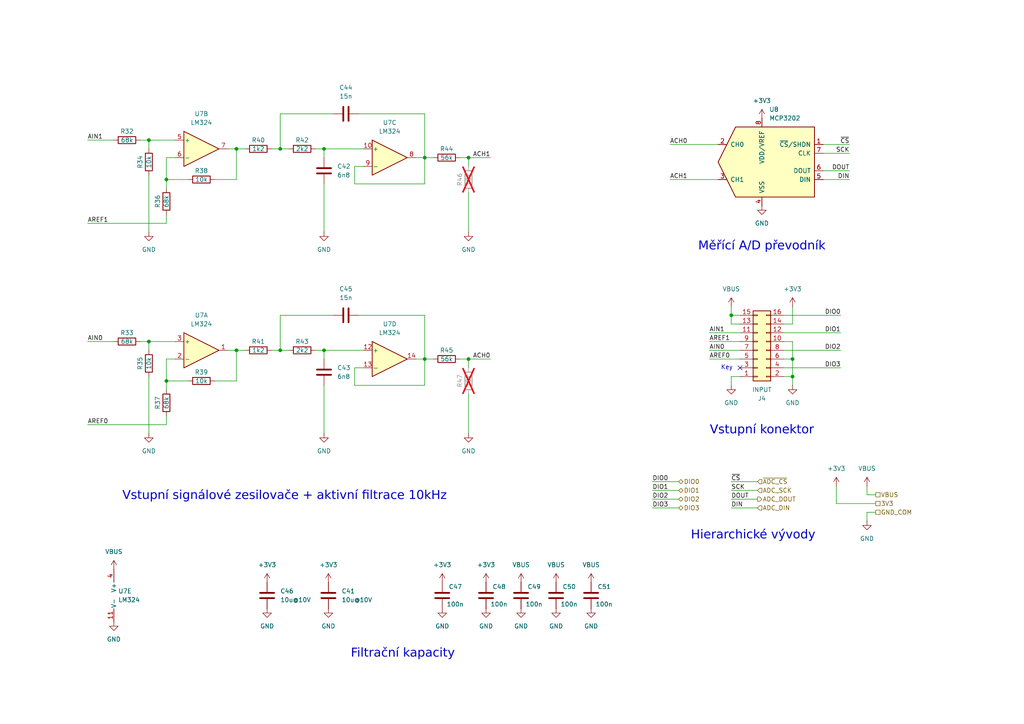
<source format=kicad_sch>
(kicad_sch (version 20250114) (generator "eeschema") (generator_version "9.0")
  (paper "A4")
  (title_block (title "PocKETlab") (date "2025-05-03") (rev "1.0.3") (company "TeaTech & KET FEL ZČU") (comment 1 "Licence: MIT") (comment 2 "Signálové vstupy a jejich filtrační obvody") (comment 4 "Vyhotovil: Jiří Švihla"))
  (lib_symbols
    (symbol "Amplifier_Operational:LM324" (pin_names (offset 0.127))
      (property "Reference" "U" (at 0 5.08 0))
      (property "Value" "LM324" (at 0 -5.08 0))
      (symbol "LM324_1_1"
        (polyline (pts (xy -5.08 5.08) (xy 5.08 0) (xy -5.08 -5.08) (xy -5.08 5.08)) (stroke (width 0.254)) (fill (type background)))
        (pin input line (at -7.62 2.54 0) (length 2.54) (name "+") (number "3"))
        (pin input line (at -7.62 -2.54 0) (length 2.54) (name "-") (number "2"))
        (pin output line (at 7.62 0 180) (length 2.54) (name "~") (number "1"))
      )
      (symbol "LM324_2_1"
        (polyline (pts (xy -5.08 5.08) (xy 5.08 0) (xy -5.08 -5.08) (xy -5.08 5.08)) (stroke (width 0.254)) (fill (type background)))
        (pin input line (at -7.62 2.54 0) (length 2.54) (name "+") (number "5"))
        (pin input line (at -7.62 -2.54 0) (length 2.54) (name "-") (number "6"))
        (pin output line (at 7.62 0 180) (length 2.54) (name "~") (number "7"))
      )
      (symbol "LM324_3_1"
        (polyline (pts (xy -5.08 5.08) (xy 5.08 0) (xy -5.08 -5.08) (xy -5.08 5.08)) (stroke (width 0.254)) (fill (type background)))
        (pin input line (at -7.62 2.54 0) (length 2.54) (name "+") (number "10"))
        (pin input line (at -7.62 -2.54 0) (length 2.54) (name "-") (number "9"))
        (pin output line (at 7.62 0 180) (length 2.54) (name "~") (number "8"))
      )
      (symbol "LM324_4_1"
        (polyline (pts (xy -5.08 5.08) (xy 5.08 0) (xy -5.08 -5.08) (xy -5.08 5.08)) (stroke (width 0.254)) (fill (type background)))
        (pin input line (at -7.62 2.54 0) (length 2.54) (name "+") (number "12"))
        (pin input line (at -7.62 -2.54 0) (length 2.54) (name "-") (number "13"))
        (pin output line (at 7.62 0 180) (length 2.54) (name "~") (number "14"))
      )
      (symbol "LM324_5_1"
        (pin power_in line (at -2.54 7.62 270) (length 3.81) (name "V+") (number "4"))
        (pin power_in line (at -2.54 -7.62 90) (length 3.81) (name "V-") (number "11"))
      )
    )
    (symbol "Analog_ADC:MCP3202" (pin_names (offset 1.016))
      (property "Reference" "U" (at -6.35 11.43 0))
      (property "Value" "MCP3202" (at 11.43 11.43 0))
      (symbol "MCP3202_0_1"
        (polyline (pts (xy 15.24 10.16) (xy -7.62 10.16) (xy -12.7 0) (xy -7.62 -10.16) (xy 15.24 -10.16) (xy 15.24 10.16)) (stroke (width 0.254)) (fill (type background)))
      )
      (symbol "MCP3202_1_1"
        (pin passive line (at -12.7 5.08 0) (length 2.54) (name "CH0") (number "2"))
        (pin passive line (at -12.7 -5.08 0) (length 2.54) (name "CH1") (number "3"))
        (pin power_in line (at 0 12.7 270) (length 2.54) (name "VDD/VREF") (number "8"))
        (pin power_in line (at 0 -12.7 90) (length 2.54) (name "VSS") (number "4"))
        (pin input line (at 17.78 5.08 180) (length 2.54) (name "~{CS}/SHDN") (number "1"))
        (pin input line (at 17.78 2.54 180) (length 2.54) (name "CLK") (number "7"))
        (pin output line (at 17.78 -2.54 180) (length 2.54) (name "DOUT") (number "6"))
        (pin input line (at 17.78 -5.08 180) (length 2.54) (name "DIN") (number "5"))
      )
    )
    (symbol "Connector_Generic:Conn_02x08_Odd_Even" (pin_names (offset 1.016) (hide yes))
      (property "Reference" "J" (at 1.27 10.16 0))
      (property "Value" "Conn_02x08_Odd_Even" (at 1.27 -12.7 0))
      (symbol "Conn_02x08_Odd_Even_1_1"
        (rectangle (start -1.27 8.89) (end 3.81 -11.43) (stroke (width 0.254)) (fill (type background)))
        (rectangle (start -1.27 7.747) (end 0 7.493) (stroke (width 0.1524)))
        (rectangle (start -1.27 5.207) (end 0 4.953) (stroke (width 0.1524)))
        (rectangle (start -1.27 2.667) (end 0 2.413) (stroke (width 0.1524)))
        (rectangle (start -1.27 0.127) (end 0 -0.127) (stroke (width 0.1524)))
        (rectangle (start -1.27 -2.413) (end 0 -2.667) (stroke (width 0.1524)))
        (rectangle (start -1.27 -4.953) (end 0 -5.207) (stroke (width 0.1524)))
        (rectangle (start -1.27 -7.493) (end 0 -7.747) (stroke (width 0.1524)))
        (rectangle (start -1.27 -10.033) (end 0 -10.287) (stroke (width 0.1524)))
        (rectangle (start 3.81 7.747) (end 2.54 7.493) (stroke (width 0.1524)))
        (rectangle (start 3.81 5.207) (end 2.54 4.953) (stroke (width 0.1524)))
        (rectangle (start 3.81 2.667) (end 2.54 2.413) (stroke (width 0.1524)))
        (rectangle (start 3.81 0.127) (end 2.54 -0.127) (stroke (width 0.1524)))
        (rectangle (start 3.81 -2.413) (end 2.54 -2.667) (stroke (width 0.1524)))
        (rectangle (start 3.81 -4.953) (end 2.54 -5.207) (stroke (width 0.1524)))
        (rectangle (start 3.81 -7.493) (end 2.54 -7.747) (stroke (width 0.1524)))
        (rectangle (start 3.81 -10.033) (end 2.54 -10.287) (stroke (width 0.1524)))
        (pin passive line (at -5.08 7.62 0) (length 3.81) (name "Pin_1") (number "1"))
        (pin passive line (at -5.08 5.08 0) (length 3.81) (name "Pin_3") (number "3"))
        (pin passive line (at -5.08 2.54 0) (length 3.81) (name "Pin_5") (number "5"))
        (pin passive line (at -5.08 0 0) (length 3.81) (name "Pin_7") (number "7"))
        (pin passive line (at -5.08 -2.54 0) (length 3.81) (name "Pin_9") (number "9"))
        (pin passive line (at -5.08 -5.08 0) (length 3.81) (name "Pin_11") (number "11"))
        (pin passive line (at -5.08 -7.62 0) (length 3.81) (name "Pin_13") (number "13"))
        (pin passive line (at -5.08 -10.16 0) (length 3.81) (name "Pin_15") (number "15"))
        (pin passive line (at 7.62 7.62 180) (length 3.81) (name "Pin_2") (number "2"))
        (pin passive line (at 7.62 5.08 180) (length 3.81) (name "Pin_4") (number "4"))
        (pin passive line (at 7.62 2.54 180) (length 3.81) (name "Pin_6") (number "6"))
        (pin passive line (at 7.62 0 180) (length 3.81) (name "Pin_8") (number "8"))
        (pin passive line (at 7.62 -2.54 180) (length 3.81) (name "Pin_10") (number "10"))
        (pin passive line (at 7.62 -5.08 180) (length 3.81) (name "Pin_12") (number "12"))
        (pin passive line (at 7.62 -7.62 180) (length 3.81) (name "Pin_14") (number "14"))
        (pin passive line (at 7.62 -10.16 180) (length 3.81) (name "Pin_16") (number "16"))
      )
    )
    (symbol "Device:C" (pin_numbers (hide yes)) (pin_names (offset 0.254))
      (property "Reference" "C" (at 0.635 2.54 0))
      (property "Value" "C" (at 0.635 -2.54 0))
      (symbol "C_0_1"
        (polyline (pts (xy -2.032 0.762) (xy 2.032 0.762)) (stroke (width 0.508)))
        (polyline (pts (xy -2.032 -0.762) (xy 2.032 -0.762)) (stroke (width 0.508)))
      )
      (symbol "C_1_1"
        (pin passive line (at 0 3.81 270) (length 2.794) (name "~") (number "1"))
        (pin passive line (at 0 -3.81 90) (length 2.794) (name "~") (number "2"))
      )
    )
    (symbol "Device:R" (pin_numbers (hide yes)) (pin_names (offset 0))
      (property "Reference" "R" (at 2.032 0 90))
      (property "Value" "R" (at 0 0 90))
      (symbol "R_0_1"
        (rectangle (start -1.016 -2.54) (end 1.016 2.54) (stroke (width 0.254)))
      )
      (symbol "R_1_1"
        (pin passive line (at 0 3.81 270) (length 1.27) (name "~") (number "1"))
        (pin passive line (at 0 -3.81 90) (length 1.27) (name "~") (number "2"))
      )
    )
    (symbol "power:+3V3" (power) (pin_numbers (hide yes)) (pin_names (offset 0) (hide yes))
      (property "Value" "+3V3" (at 0 3.556 0))
      (symbol "+3V3_0_1"
        (polyline (pts (xy -0.762 1.27) (xy 0 2.54)))
        (polyline (pts (xy 0 2.54) (xy 0.762 1.27)))
        (polyline (pts (xy 0 0) (xy 0 2.54)))
      )
      (symbol "+3V3_1_1"
        (pin power_in line (at 0 0 90) (length 0) (name "~") (number "1"))
      )
    )
    (symbol "power:GND" (power) (pin_numbers (hide yes)) (pin_names (offset 0) (hide yes))
      (property "Value" "GND" (at 0 -3.81 0))
      (symbol "GND_0_1"
        (polyline (pts (xy 0 0) (xy 0 -1.27) (xy 1.27 -1.27) (xy 0 -2.54) (xy -1.27 -1.27) (xy 0 -1.27)))
      )
      (symbol "GND_1_1"
        (pin power_in line (at 0 0 270) (length 0) (name "~") (number "1"))
      )
    )
    (symbol "power:VBUS" (power) (pin_numbers (hide yes)) (pin_names (offset 0) (hide yes))
      (property "Value" "VBUS" (at 0 3.556 0))
      (symbol "VBUS_0_1"
        (polyline (pts (xy -0.762 1.27) (xy 0 2.54)))
        (polyline (pts (xy 0 2.54) (xy 0.762 1.27)))
        (polyline (pts (xy 0 0) (xy 0 2.54)))
      )
      (symbol "VBUS_1_1"
        (pin power_in line (at 0 0 90) (length 0) (name "~") (number "1"))
      )
    )
  )
  (text "Hierarchické vývody" (at 218.44 157.48 0) (effects (font (size 2.54 2.54)) (justify bottom)))
  (text "Vstupní konektor" (at 220.98 127 0) (effects (font (size 2.54 2.54)) (justify bottom)))
  (text "Vstupní signálové zesilovače + aktivní filtrace 10kHz" (at 82.55 146.05 0) (effects (font (size 2.54 2.54)) (justify bottom)))
  (text "Key" (at 210.82 106.68 0) (effects (font (size 1.27 1.27))))
  (text "Měřící A/D převodník" (at 220.98 73.66 0) (effects (font (size 2.54 2.54)) (justify bottom)))
  (text "Filtrační kapacity" (at 116.84 191.77 0) (effects (font (size 2.54 2.54)) (justify bottom)))
  (junction (at 93.98 101.6))
  (junction (at 123.19 104.14))
  (junction (at 43.18 99.06))
  (junction (at 212.09 91.44))
  (junction (at 135.89 104.14))
  (junction (at 68.58 43.18))
  (junction (at 229.87 104.14))
  (junction (at 48.26 52.07))
  (junction (at 43.18 40.64))
  (junction (at 68.58 101.6))
  (junction (at 48.26 110.49))
  (junction (at 81.28 43.18))
  (junction (at 229.87 109.22))
  (junction (at 135.89 45.72))
  (junction (at 93.98 43.18))
  (junction (at 123.19 45.72))
  (junction (at 81.28 101.6))
  (no_connect (at 214.63 106.68))
  (wire (pts (xy 40.64 40.64) (xy 43.18 40.64)))
  (wire (pts (xy 212.09 139.7) (xy 219.71 139.7)))
  (wire (pts (xy 66.04 101.6) (xy 68.58 101.6)))
  (wire (pts (xy 68.58 52.07) (xy 62.23 52.07)))
  (wire (pts (xy 227.33 109.22) (xy 229.87 109.22)))
  (wire (pts (xy 238.76 49.53) (xy 246.38 49.53)))
  (wire (pts (xy 43.18 40.64) (xy 43.18 43.18)))
  (wire (pts (xy 81.28 33.02) (xy 81.28 43.18)))
  (wire (pts (xy 102.87 111.76) (xy 123.19 111.76)))
  (wire (pts (xy 205.74 99.06) (xy 214.63 99.06)))
  (wire (pts (xy 123.19 45.72) (xy 125.73 45.72)))
  (wire (pts (xy 93.98 101.6) (xy 93.98 104.14)))
  (wire (pts (xy 212.09 144.78) (xy 219.71 144.78)))
  (wire (pts (xy 214.63 93.98) (xy 212.09 93.98)))
  (wire (pts (xy 135.89 106.68) (xy 135.89 104.14)))
  (wire (pts (xy 242.57 140.97) (xy 242.57 146.05)))
  (wire (pts (xy 229.87 99.06) (xy 229.87 104.14)))
  (wire (pts (xy 91.44 43.18) (xy 93.98 43.18)))
  (wire (pts (xy 48.26 52.07) (xy 48.26 54.61)))
  (wire (pts (xy 105.41 48.26) (xy 102.87 48.26)))
  (wire (pts (xy 93.98 111.76) (xy 93.98 125.73)))
  (wire (pts (xy 212.09 142.24) (xy 219.71 142.24)))
  (wire (pts (xy 50.8 104.14) (xy 48.26 104.14)))
  (wire (pts (xy 227.33 101.6) (xy 243.84 101.6)))
  (wire (pts (xy 135.89 45.72) (xy 133.35 45.72)))
  (wire (pts (xy 238.76 41.91) (xy 246.38 41.91)))
  (wire (pts (xy 123.19 53.34) (xy 123.19 45.72)))
  (wire (pts (xy 48.26 120.65) (xy 48.26 123.19)))
  (wire (pts (xy 25.4 64.77) (xy 48.26 64.77)))
  (wire (pts (xy 25.4 40.64) (xy 33.02 40.64)))
  (wire (pts (xy 135.89 104.14) (xy 142.24 104.14)))
  (wire (pts (xy 81.28 101.6) (xy 83.82 101.6)))
  (wire (pts (xy 102.87 106.68) (xy 102.87 111.76)))
  (wire (pts (xy 227.33 96.52) (xy 243.84 96.52)))
  (wire (pts (xy 123.19 91.44) (xy 123.19 104.14)))
  (wire (pts (xy 251.46 151.13) (xy 251.46 148.59)))
  (wire (pts (xy 212.09 88.9) (xy 212.09 91.44)))
  (wire (pts (xy 104.14 91.44) (xy 123.19 91.44)))
  (wire (pts (xy 242.57 146.05) (xy 254 146.05)))
  (wire (pts (xy 68.58 43.18) (xy 71.12 43.18)))
  (wire (pts (xy 104.14 33.02) (xy 123.19 33.02)))
  (wire (pts (xy 43.18 109.22) (xy 43.18 125.73)))
  (wire (pts (xy 120.65 104.14) (xy 123.19 104.14)))
  (wire (pts (xy 227.33 106.68) (xy 243.84 106.68)))
  (wire (pts (xy 251.46 148.59) (xy 254 148.59)))
  (wire (pts (xy 212.09 91.44) (xy 214.63 91.44)))
  (wire (pts (xy 68.58 110.49) (xy 62.23 110.49)))
  (wire (pts (xy 189.23 147.32) (xy 196.85 147.32)))
  (wire (pts (xy 212.09 109.22) (xy 212.09 111.76)))
  (wire (pts (xy 123.19 104.14) (xy 125.73 104.14)))
  (wire (pts (xy 68.58 101.6) (xy 71.12 101.6)))
  (wire (pts (xy 93.98 53.34) (xy 93.98 67.31)))
  (wire (pts (xy 48.26 110.49) (xy 54.61 110.49)))
  (wire (pts (xy 48.26 62.23) (xy 48.26 64.77)))
  (wire (pts (xy 123.19 111.76) (xy 123.19 104.14)))
  (wire (pts (xy 102.87 53.34) (xy 123.19 53.34)))
  (wire (pts (xy 251.46 143.51) (xy 254 143.51)))
  (wire (pts (xy 238.76 44.45) (xy 246.38 44.45)))
  (wire (pts (xy 189.23 142.24) (xy 196.85 142.24)))
  (wire (pts (xy 81.28 91.44) (xy 81.28 101.6)))
  (wire (pts (xy 229.87 88.9) (xy 229.87 93.98)))
  (wire (pts (xy 205.74 101.6) (xy 214.63 101.6)))
  (wire (pts (xy 93.98 101.6) (xy 105.41 101.6)))
  (wire (pts (xy 25.4 99.06) (xy 33.02 99.06)))
  (wire (pts (xy 93.98 43.18) (xy 105.41 43.18)))
  (wire (pts (xy 105.41 106.68) (xy 102.87 106.68)))
  (wire (pts (xy 205.74 96.52) (xy 214.63 96.52)))
  (wire (pts (xy 194.31 52.07) (xy 208.28 52.07)))
  (wire (pts (xy 205.74 104.14) (xy 214.63 104.14)))
  (wire (pts (xy 123.19 33.02) (xy 123.19 45.72)))
  (wire (pts (xy 78.74 43.18) (xy 81.28 43.18)))
  (wire (pts (xy 93.98 43.18) (xy 93.98 45.72)))
  (wire (pts (xy 212.09 109.22) (xy 214.63 109.22)))
  (wire (pts (xy 135.89 48.26) (xy 135.89 45.72)))
  (wire (pts (xy 81.28 43.18) (xy 83.82 43.18)))
  (wire (pts (xy 68.58 43.18) (xy 68.58 52.07)))
  (wire (pts (xy 194.31 41.91) (xy 208.28 41.91)))
  (wire (pts (xy 212.09 93.98) (xy 212.09 91.44)))
  (wire (pts (xy 135.89 104.14) (xy 133.35 104.14)))
  (wire (pts (xy 135.89 114.3) (xy 135.89 125.73)))
  (wire (pts (xy 96.52 33.02) (xy 81.28 33.02)))
  (wire (pts (xy 238.76 52.07) (xy 246.38 52.07)))
  (wire (pts (xy 40.64 99.06) (xy 43.18 99.06)))
  (wire (pts (xy 91.44 101.6) (xy 93.98 101.6)))
  (wire (pts (xy 48.26 52.07) (xy 54.61 52.07)))
  (wire (pts (xy 25.4 123.19) (xy 48.26 123.19)))
  (wire (pts (xy 135.89 55.88) (xy 135.89 67.31)))
  (wire (pts (xy 227.33 99.06) (xy 229.87 99.06)))
  (wire (pts (xy 48.26 104.14) (xy 48.26 110.49)))
  (wire (pts (xy 135.89 45.72) (xy 142.24 45.72)))
  (wire (pts (xy 102.87 48.26) (xy 102.87 53.34)))
  (wire (pts (xy 66.04 43.18) (xy 68.58 43.18)))
  (wire (pts (xy 189.23 144.78) (xy 196.85 144.78)))
  (wire (pts (xy 48.26 45.72) (xy 48.26 52.07)))
  (wire (pts (xy 120.65 45.72) (xy 123.19 45.72)))
  (wire (pts (xy 50.8 45.72) (xy 48.26 45.72)))
  (wire (pts (xy 96.52 91.44) (xy 81.28 91.44)))
  (wire (pts (xy 229.87 104.14) (xy 229.87 109.22)))
  (wire (pts (xy 43.18 99.06) (xy 43.18 101.6)))
  (wire (pts (xy 78.74 101.6) (xy 81.28 101.6)))
  (wire (pts (xy 227.33 91.44) (xy 243.84 91.44)))
  (wire (pts (xy 43.18 40.64) (xy 50.8 40.64)))
  (wire (pts (xy 212.09 147.32) (xy 219.71 147.32)))
  (wire (pts (xy 229.87 104.14) (xy 227.33 104.14)))
  (wire (pts (xy 229.87 109.22) (xy 229.87 111.76)))
  (wire (pts (xy 227.33 93.98) (xy 229.87 93.98)))
  (wire (pts (xy 43.18 99.06) (xy 50.8 99.06)))
  (wire (pts (xy 189.23 139.7) (xy 196.85 139.7)))
  (wire (pts (xy 43.18 50.8) (xy 43.18 67.31)))
  (wire (pts (xy 68.58 101.6) (xy 68.58 110.49)))
  (wire (pts (xy 251.46 140.97) (xy 251.46 143.51)))
  (wire (pts (xy 48.26 110.49) (xy 48.26 113.03)))
  (label "DIO1" (at 189.23 142.24 0))
  (label "AIN0" (at 25.4 99.06 0))
  (label "DIO1" (at 243.84 96.52 180))
  (label "AIN0" (at 205.74 101.6 0))
  (label "DIO0" (at 243.84 91.44 180))
  (label "AREF0" (at 25.4 123.19 0))
  (label "SCK" (at 212.09 142.24 0))
  (label "DIO2" (at 189.23 144.78 0))
  (label "ACH1" (at 194.31 52.07 0))
  (label "SCK" (at 246.38 44.45 180))
  (label "AREF1" (at 205.74 99.06 0))
  (label "DOUT" (at 212.09 144.78 0))
  (label "DOUT" (at 246.38 49.53 180))
  (label "AIN1" (at 25.4 40.64 0))
  (label "DIN" (at 246.38 52.07 180))
  (label "AIN1" (at 205.74 96.52 0))
  (label "ACH1" (at 142.24 45.72 180))
  (label "ACH0" (at 142.24 104.14 180))
  (label "DIO3" (at 243.84 106.68 180))
  (label "AREF1" (at 25.4 64.77 0))
  (label "DIO3" (at 189.23 147.32 0))
  (label "DIN" (at 212.09 147.32 0))
  (label "ACH0" (at 194.31 41.91 0))
  (label "~{CS}" (at 212.09 139.7 0))
  (label "~{CS}" (at 246.38 41.91 180))
  (label "DIO2" (at 243.84 101.6 180))
  (label "DIO0" (at 189.23 139.7 0))
  (label "AREF0" (at 205.74 104.14 0))
  (hierarchical_label "ADC_DOUT" (shape output) (at 219.71 144.78 0))
  (hierarchical_label "GND_COM" (shape passive) (at 254 148.59 0))
  (hierarchical_label "3V3" (shape passive) (at 254 146.05 0))
  (hierarchical_label "ADC_DIN" (shape input) (at 219.71 147.32 0))
  (hierarchical_label "DIO2" (shape bidirectional) (at 196.85 144.78 0))
  (hierarchical_label "VBUS" (shape passive) (at 254 143.51 0))
  (hierarchical_label "ADC_SCK" (shape input) (at 219.71 142.24 0))
  (hierarchical_label "DIO0" (shape bidirectional) (at 196.85 139.7 0))
  (hierarchical_label "DIO1" (shape bidirectional) (at 196.85 142.24 0))
  (hierarchical_label "DIO3" (shape bidirectional) (at 196.85 147.32 0))
  (hierarchical_label "~{ADC_CS}" (shape input) (at 219.71 139.7 0))
  (symbol (lib_id "Amplifier_Operational:LM324") (at 113.03 104.14 0) (unit 4)
    (property "Reference" "U7" (at 113.03 93.98 0))
    (property "Value" "LM324" (at 113.03 96.52 0))
    (property "Footprint" "Package_SO:SOIC-14_3.9x8.7mm_P1.27mm" (effects (hide yes)))
    (property "Datasheet" "http://www.ti.com/lit/ds/symlink/lm2902-n.pdf" (effects (hide yes)))
    (property "Description" "Low-Power, Quad-Operational Amplifiers, DIP-14/SOIC-14/SSOP-14" (effects (hide yes)))
    (property "LCSC Part" "C7943" (effects (hide yes)))
  )
  (symbol (lib_id "power:GND") (at 33.02 180.34 0) (unit 1)
    (property "Reference" "#PWR0121" (effects (hide yes)))
    (property "Value" "GND" (at 33.02 185.42 0))
    (property "Description" "Power symbol creates a global label with name \"GND\" , ground" (effects (hide yes)))
  )
  (symbol (lib_id "Device:C") (at 171.45 172.72 0) (unit 1)
    (property "Reference" "C51" (at 175.26 170.18 0))
    (property "Value" "100n" (at 172.72 175.26 0) (effects (justify left)))
    (property "Footprint" "Capacitor_SMD:C_0603_1608Metric" (effects (hide yes)))
    (property "Description" "Unpolarized capacitor" (effects (hide yes)))
    (property "LCSC Part" "C14663" (effects (hide yes)))
  )
  (symbol (lib_id "power:+3V3") (at 220.98 34.29 0) (unit 1)
    (property "Reference" "#PWR0138" (effects (hide yes)))
    (property "Value" "+3V3" (at 220.98 29.21 0))
    (property "Description" "Power symbol creates a global label with name \"+3V3\"" (effects (hide yes)))
  )
  (symbol (lib_id "Connector_Generic:Conn_02x08_Odd_Even") (at 219.71 101.6 0) (mirror x) (unit 1)
    (property "Reference" "J4" (at 220.98 115.57 0))
    (property "Value" "INPUT" (at 220.98 113.03 0))
    (property "Footprint" "Custom:PinSocket_2x08_P2.54mm_Vertical_SMD_HOLE" (effects (hide yes)))
    (property "Description" "Generic connector, double row, 02x08, odd/even pin numbering scheme (row 1 odd numbers, row 2 even numbers), script generated (kicad-library-utils/schlib/autogen/connector/)" (effects (hide yes)))
    (property "LCSC Part" "C42163136" (effects (hide yes)))
  )
  (symbol (lib_id "power:GND") (at 77.47 176.53 0) (unit 1)
    (property "Reference" "#PWR0128" (effects (hide yes)))
    (property "Value" "GND" (at 77.47 181.61 0))
    (property "Description" "Power symbol creates a global label with name \"GND\" , ground" (effects (hide yes)))
  )
  (symbol (lib_id "Analog_ADC:MCP3202") (at 220.98 46.99 0) (unit 1)
    (property "Reference" "U8" (at 223.1233 31.75 0) (effects (justify left)))
    (property "Value" "MCP3202" (at 223.1233 34.29 0) (effects (justify left)))
    (property "Footprint" "Package_SO:SOIC-8_3.9x4.9mm_P1.27mm" (effects (hide yes)))
    (property "Datasheet" "http://ww1.microchip.com/downloads/en/DeviceDoc/21034D.pdf" (effects (hide yes)))
    (property "Description" "A/D Converter, 12-Bit, 2-Channel, SPI Interface, 2.7V-5.5V" (effects (hide yes)))
    (property "LCSC Part" "C56997" (effects (hide yes)))
  )
  (symbol (lib_id "Device:R") (at 87.63 43.18 90) (unit 1)
    (property "Reference" "R42" (at 87.63 40.64 90))
    (property "Value" "2k2" (at 87.63 43.18 90))
    (property "Footprint" "Resistor_SMD:R_0603_1608Metric" (effects (hide yes)))
    (property "Description" "Resistor" (effects (hide yes)))
    (property "LCSC Part" "C4190" (effects (hide yes)))
  )
  (symbol (lib_id "power:GND") (at 128.27 176.53 0) (unit 1)
    (property "Reference" "#PWR0131" (effects (hide yes)))
    (property "Value" "GND" (at 128.27 181.61 0))
    (property "Description" "Power symbol creates a global label with name \"GND\" , ground" (effects (hide yes)))
  )
  (symbol (lib_id "power:GND") (at 135.89 125.73 0) (unit 1)
    (property "Reference" "#PWR0135" (effects (hide yes)))
    (property "Value" "GND" (at 135.89 130.81 0))
    (property "Description" "Power symbol creates a global label with name \"GND\" , ground" (effects (hide yes)))
  )
  (symbol (lib_id "Device:R") (at 36.83 99.06 90) (unit 1)
    (property "Reference" "R33" (at 36.83 96.52 90))
    (property "Value" "68k" (at 36.83 99.06 90))
    (property "Footprint" "Resistor_SMD:R_0603_1608Metric" (effects (hide yes)))
    (property "Description" "Resistor" (effects (hide yes)))
    (property "LCSC Part" "C23231" (effects (hide yes)))
  )
  (symbol (lib_id "Device:R") (at 58.42 52.07 90) (unit 1)
    (property "Reference" "R38" (at 58.42 49.53 90))
    (property "Value" "10k" (at 58.42 52.07 90))
    (property "Footprint" "Resistor_SMD:R_0603_1608Metric" (effects (hide yes)))
    (property "Description" "Resistor" (effects (hide yes)))
    (property "LCSC Part" "C25804" (effects (hide yes)))
  )
  (symbol (lib_id "Device:C") (at 151.13 172.72 0) (unit 1)
    (property "Reference" "C49" (at 154.94 170.18 0))
    (property "Value" "100n" (at 152.4 175.26 0) (effects (justify left)))
    (property "Footprint" "Capacitor_SMD:C_0603_1608Metric" (effects (hide yes)))
    (property "Description" "Unpolarized capacitor" (effects (hide yes)))
    (property "LCSC Part" "C14663" (effects (hide yes)))
  )
  (symbol (lib_id "power:GND") (at 171.45 176.53 0) (unit 1)
    (property "Reference" "#PWR0153" (effects (hide yes)))
    (property "Value" "GND" (at 171.45 181.61 0))
    (property "Description" "Power symbol creates a global label with name \"GND\" , ground" (effects (hide yes)))
  )
  (symbol (lib_id "power:VBUS") (at 251.46 140.97 0) (unit 1)
    (property "Reference" "#PWR0143" (effects (hide yes)))
    (property "Value" "VBUS" (at 251.46 135.89 0))
    (property "Description" "Power symbol creates a global label with name \"VBUS\"" (effects (hide yes)))
  )
  (symbol (lib_id "Device:R") (at 135.89 110.49 180) (unit 1) (dnp yes)
    (property "Reference" "R47" (at 133.35 110.49 90))
    (property "Value" "10k" (at 135.89 110.49 90))
    (property "Footprint" "Resistor_SMD:R_0603_1608Metric" (effects (hide yes)))
    (property "Description" "Resistor" (effects (hide yes)))
    (property "LCSC Part" "C25804" (effects (hide yes)))
  )
  (symbol (lib_id "power:+3V3") (at 140.97 168.91 0) (unit 1)
    (property "Reference" "#PWR0132" (effects (hide yes)))
    (property "Value" "+3V3" (at 140.97 163.83 0))
    (property "Description" "Power symbol creates a global label with name \"+3V3\"" (effects (hide yes)))
  )
  (symbol (lib_id "power:GND") (at 43.18 125.73 0) (unit 1)
    (property "Reference" "#PWR0123" (effects (hide yes)))
    (property "Value" "GND" (at 43.18 130.81 0))
    (property "Description" "Power symbol creates a global label with name \"GND\" , ground" (effects (hide yes)))
  )
  (symbol (lib_id "power:GND") (at 43.18 67.31 0) (unit 1)
    (property "Reference" "#PWR0122" (effects (hide yes)))
    (property "Value" "GND" (at 43.18 72.39 0))
    (property "Description" "Power symbol creates a global label with name \"GND\" , ground" (effects (hide yes)))
  )
  (symbol (lib_id "Device:R") (at 48.26 116.84 180) (unit 1)
    (property "Reference" "R37" (at 45.72 116.84 90))
    (property "Value" "68k" (at 48.26 116.84 90))
    (property "Footprint" "Resistor_SMD:R_0603_1608Metric" (effects (hide yes)))
    (property "Description" "Resistor" (effects (hide yes)))
    (property "LCSC Part" "C23231" (effects (hide yes)))
  )
  (symbol (lib_id "Device:R") (at 43.18 105.41 180) (unit 1)
    (property "Reference" "R35" (at 40.64 105.41 90))
    (property "Value" "10k" (at 43.18 105.41 90))
    (property "Footprint" "Resistor_SMD:R_0603_1608Metric" (effects (hide yes)))
    (property "Description" "Resistor" (effects (hide yes)))
    (property "LCSC Part" "C25804" (effects (hide yes)))
  )
  (symbol (lib_id "Device:C") (at 128.27 172.72 0) (unit 1)
    (property "Reference" "C47" (at 132.08 170.18 0))
    (property "Value" "100n" (at 129.54 175.26 0) (effects (justify left)))
    (property "Footprint" "Capacitor_SMD:C_0603_1608Metric" (effects (hide yes)))
    (property "Description" "Unpolarized capacitor" (effects (hide yes)))
    (property "LCSC Part" "C14663" (effects (hide yes)))
  )
  (symbol (lib_id "Device:C") (at 161.29 172.72 0) (unit 1)
    (property "Reference" "C50" (at 165.1 170.18 0))
    (property "Value" "100n" (at 162.56 175.26 0) (effects (justify left)))
    (property "Footprint" "Capacitor_SMD:C_0603_1608Metric" (effects (hide yes)))
    (property "Description" "Unpolarized capacitor" (effects (hide yes)))
    (property "LCSC Part" "C14663" (effects (hide yes)))
  )
  (symbol (lib_id "power:+3V3") (at 77.47 168.91 0) (unit 1)
    (property "Reference" "#PWR0114" (effects (hide yes)))
    (property "Value" "+3V3" (at 77.47 163.83 0))
    (property "Description" "Power symbol creates a global label with name \"+3V3\"" (effects (hide yes)))
  )
  (symbol (lib_id "power:GND") (at 229.87 111.76 0) (unit 1)
    (property "Reference" "#PWR0141" (effects (hide yes)))
    (property "Value" "GND" (at 229.87 116.84 0))
    (property "Description" "Power symbol creates a global label with name \"GND\" , ground" (effects (hide yes)))
  )
  (symbol (lib_id "Amplifier_Operational:LM324") (at 58.42 101.6 0) (unit 1)
    (property "Reference" "U7" (at 58.42 91.44 0))
    (property "Value" "LM324" (at 58.42 93.98 0))
    (property "Footprint" "Package_SO:SOIC-14_3.9x8.7mm_P1.27mm" (effects (hide yes)))
    (property "Datasheet" "http://www.ti.com/lit/ds/symlink/lm2902-n.pdf" (effects (hide yes)))
    (property "Description" "Low-Power, Quad-Operational Amplifiers, DIP-14/SOIC-14/SSOP-14" (effects (hide yes)))
    (property "LCSC Part" "C7943" (effects (hide yes)))
  )
  (symbol (lib_id "Device:C") (at 93.98 107.95 0) (unit 1)
    (property "Reference" "C43" (at 97.79 106.6799 0) (effects (justify left)))
    (property "Value" "6n8" (at 97.79 109.2199 0) (effects (justify left)))
    (property "Footprint" "Capacitor_SMD:C_0603_1608Metric" (effects (hide yes)))
    (property "Description" "Unpolarized capacitor" (effects (hide yes)))
    (property "LCSC Part" "C1631" (effects (hide yes)))
  )
  (symbol (lib_id "Amplifier_Operational:LM324") (at 113.03 45.72 0) (unit 3)
    (property "Reference" "U7" (at 113.03 35.56 0))
    (property "Value" "LM324" (at 113.03 38.1 0))
    (property "Footprint" "Package_SO:SOIC-14_3.9x8.7mm_P1.27mm" (effects (hide yes)))
    (property "Datasheet" "http://www.ti.com/lit/ds/symlink/lm2902-n.pdf" (effects (hide yes)))
    (property "Description" "Low-Power, Quad-Operational Amplifiers, DIP-14/SOIC-14/SSOP-14" (effects (hide yes)))
    (property "LCSC Part" "C7943" (effects (hide yes)))
  )
  (symbol (lib_id "power:+3V3") (at 128.27 168.91 0) (unit 1)
    (property "Reference" "#PWR0130" (effects (hide yes)))
    (property "Value" "+3V3" (at 128.27 163.83 0))
    (property "Description" "Power symbol creates a global label with name \"+3V3\"" (effects (hide yes)))
  )
  (symbol (lib_id "Device:C") (at 140.97 172.72 0) (unit 1)
    (property "Reference" "C48" (at 144.78 170.18 0))
    (property "Value" "100n" (at 142.24 175.26 0) (effects (justify left)))
    (property "Footprint" "Capacitor_SMD:C_0603_1608Metric" (effects (hide yes)))
    (property "Description" "Unpolarized capacitor" (effects (hide yes)))
    (property "LCSC Part" "C14663" (effects (hide yes)))
  )
  (symbol (lib_id "Device:R") (at 87.63 101.6 90) (unit 1)
    (property "Reference" "R43" (at 87.63 99.06 90))
    (property "Value" "2k2" (at 87.63 101.6 90))
    (property "Footprint" "Resistor_SMD:R_0603_1608Metric" (effects (hide yes)))
    (property "Description" "Resistor" (effects (hide yes)))
    (property "LCSC Part" "C4190" (effects (hide yes)))
  )
  (symbol (lib_id "power:GND") (at 93.98 67.31 0) (unit 1)
    (property "Reference" "#PWR0126" (effects (hide yes)))
    (property "Value" "GND" (at 93.98 72.39 0))
    (property "Description" "Power symbol creates a global label with name \"GND\" , ground" (effects (hide yes)))
  )
  (symbol (lib_id "power:VBUS") (at 151.13 168.91 0) (unit 1)
    (property "Reference" "#PWR0148" (effects (hide yes)))
    (property "Value" "VBUS" (at 151.13 163.83 0))
    (property "Description" "Power symbol creates a global label with name \"VBUS\"" (effects (hide yes)))
  )
  (symbol (lib_id "power:GND") (at 151.13 176.53 0) (unit 1)
    (property "Reference" "#PWR0149" (effects (hide yes)))
    (property "Value" "GND" (at 151.13 181.61 0))
    (property "Description" "Power symbol creates a global label with name \"GND\" , ground" (effects (hide yes)))
  )
  (symbol (lib_id "power:GND") (at 93.98 125.73 0) (unit 1)
    (property "Reference" "#PWR0127" (effects (hide yes)))
    (property "Value" "GND" (at 93.98 130.81 0))
    (property "Description" "Power symbol creates a global label with name \"GND\" , ground" (effects (hide yes)))
  )
  (symbol (lib_id "power:VBUS") (at 33.02 165.1 0) (unit 1)
    (property "Reference" "#PWR0120" (effects (hide yes)))
    (property "Value" "VBUS" (at 33.02 160.02 0))
    (property "Description" "Power symbol creates a global label with name \"VBUS\"" (effects (hide yes)))
  )
  (symbol (lib_id "Device:R") (at 36.83 40.64 90) (unit 1)
    (property "Reference" "R32" (at 36.83 38.1 90))
    (property "Value" "68k" (at 36.83 40.64 90))
    (property "Footprint" "Resistor_SMD:R_0603_1608Metric" (effects (hide yes)))
    (property "Description" "Resistor" (effects (hide yes)))
    (property "LCSC Part" "C23231" (effects (hide yes)))
  )
  (symbol (lib_id "Device:C") (at 100.33 91.44 90) (unit 1)
    (property "Reference" "C45" (at 100.33 83.82 90))
    (property "Value" "15n" (at 100.33 86.36 90))
    (property "Footprint" "Capacitor_SMD:C_0603_1608Metric" (effects (hide yes)))
    (property "Description" "Unpolarized capacitor" (effects (hide yes)))
    (property "LCSC Part" "C1596" (effects (hide yes)))
  )
  (symbol (lib_id "Device:R") (at 74.93 101.6 90) (unit 1)
    (property "Reference" "R41" (at 74.93 99.06 90))
    (property "Value" "1k2" (at 74.93 101.6 90))
    (property "Footprint" "Resistor_SMD:R_0603_1608Metric" (effects (hide yes)))
    (property "Description" "Resistor" (effects (hide yes)))
    (property "LCSC Part" "C22765" (effects (hide yes)))
  )
  (symbol (lib_id "power:VBUS") (at 161.29 168.91 0) (unit 1)
    (property "Reference" "#PWR0150" (effects (hide yes)))
    (property "Value" "VBUS" (at 161.29 163.83 0))
    (property "Description" "Power symbol creates a global label with name \"VBUS\"" (effects (hide yes)))
  )
  (symbol (lib_id "Amplifier_Operational:LM324") (at 58.42 43.18 0) (unit 2)
    (property "Reference" "U7" (at 58.42 33.02 0))
    (property "Value" "LM324" (at 58.42 35.56 0))
    (property "Footprint" "Package_SO:SOIC-14_3.9x8.7mm_P1.27mm" (effects (hide yes)))
    (property "Datasheet" "http://www.ti.com/lit/ds/symlink/lm2902-n.pdf" (effects (hide yes)))
    (property "Description" "Low-Power, Quad-Operational Amplifiers, DIP-14/SOIC-14/SSOP-14" (effects (hide yes)))
    (property "LCSC Part" "C7943" (effects (hide yes)))
  )
  (symbol (lib_id "power:GND") (at 161.29 176.53 0) (unit 1)
    (property "Reference" "#PWR0151" (effects (hide yes)))
    (property "Value" "GND" (at 161.29 181.61 0))
    (property "Description" "Power symbol creates a global label with name \"GND\" , ground" (effects (hide yes)))
  )
  (symbol (lib_id "Device:R") (at 43.18 46.99 180) (unit 1)
    (property "Reference" "R34" (at 40.64 46.99 90))
    (property "Value" "10k" (at 43.18 46.99 90))
    (property "Footprint" "Resistor_SMD:R_0603_1608Metric" (effects (hide yes)))
    (property "Description" "Resistor" (effects (hide yes)))
    (property "LCSC Part" "C25804" (effects (hide yes)))
  )
  (symbol (lib_id "power:GND") (at 220.98 59.69 0) (unit 1)
    (property "Reference" "#PWR0139" (effects (hide yes)))
    (property "Value" "GND" (at 220.98 64.77 0))
    (property "Description" "Power symbol creates a global label with name \"GND\" , ground" (effects (hide yes)))
  )
  (symbol (lib_id "Device:R") (at 58.42 110.49 90) (unit 1)
    (property "Reference" "R39" (at 58.42 107.95 90))
    (property "Value" "10k" (at 58.42 110.49 90))
    (property "Footprint" "Resistor_SMD:R_0603_1608Metric" (effects (hide yes)))
    (property "Description" "Resistor" (effects (hide yes)))
    (property "LCSC Part" "C25804" (effects (hide yes)))
  )
  (symbol (lib_id "power:VBUS") (at 171.45 168.91 0) (unit 1)
    (property "Reference" "#PWR0152" (effects (hide yes)))
    (property "Value" "VBUS" (at 171.45 163.83 0))
    (property "Description" "Power symbol creates a global label with name \"VBUS\"" (effects (hide yes)))
  )
  (symbol (lib_id "Amplifier_Operational:LM324") (at 35.56 172.72 0) (unit 5)
    (property "Reference" "U7" (at 34.29 171.4499 0) (effects (justify left)))
    (property "Value" "LM324" (at 34.29 173.9899 0) (effects (justify left)))
    (property "Footprint" "Package_SO:SOIC-14_3.9x8.7mm_P1.27mm" (effects (hide yes)))
    (property "Datasheet" "http://www.ti.com/lit/ds/symlink/lm2902-n.pdf" (effects (hide yes)))
    (property "Description" "Low-Power, Quad-Operational Amplifiers, DIP-14/SOIC-14/SSOP-14" (effects (hide yes)))
    (property "LCSC Part" "C7943" (effects (hide yes)))
  )
  (symbol (lib_id "power:GND") (at 251.46 151.13 0) (unit 1)
    (property "Reference" "#PWR0144" (effects (hide yes)))
    (property "Value" "GND" (at 251.46 156.21 0))
    (property "Description" "Power symbol creates a global label with name \"GND\" , ground" (effects (hide yes)))
  )
  (symbol (lib_id "Device:C") (at 100.33 33.02 90) (unit 1)
    (property "Reference" "C44" (at 100.33 25.4 90))
    (property "Value" "15n" (at 100.33 27.94 90))
    (property "Footprint" "Capacitor_SMD:C_0603_1608Metric" (effects (hide yes)))
    (property "Description" "Unpolarized capacitor" (effects (hide yes)))
    (property "LCSC Part" "C1596" (effects (hide yes)))
  )
  (symbol (lib_id "Device:C") (at 95.25 172.72 0) (unit 1)
    (property "Reference" "C41" (at 99.06 171.4499 0) (effects (justify left)))
    (property "Value" "10u@10V" (at 99.06 173.9899 0) (effects (justify left)))
    (property "Footprint" "Capacitor_SMD:C_0603_1608Metric" (effects (hide yes)))
    (property "Description" "Unpolarized capacitor" (effects (hide yes)))
    (property "LCSC Part" "C96446" (effects (hide yes)))
  )
  (symbol (lib_id "Device:R") (at 74.93 43.18 90) (unit 1)
    (property "Reference" "R40" (at 74.93 40.64 90))
    (property "Value" "1k2" (at 74.93 43.18 90))
    (property "Footprint" "Resistor_SMD:R_0603_1608Metric" (effects (hide yes)))
    (property "Description" "Resistor" (effects (hide yes)))
    (property "LCSC Part" "C22765" (effects (hide yes)))
  )
  (symbol (lib_id "Device:C") (at 93.98 49.53 0) (unit 1)
    (property "Reference" "C42" (at 97.79 48.2599 0) (effects (justify left)))
    (property "Value" "6n8" (at 97.79 50.7999 0) (effects (justify left)))
    (property "Footprint" "Capacitor_SMD:C_0603_1608Metric" (effects (hide yes)))
    (property "Description" "Unpolarized capacitor" (effects (hide yes)))
    (property "LCSC Part" "C1631" (effects (hide yes)))
  )
  (symbol (lib_id "power:GND") (at 95.25 176.53 0) (unit 1)
    (property "Reference" "#PWR0125" (effects (hide yes)))
    (property "Value" "GND" (at 95.25 181.61 0))
    (property "Description" "Power symbol creates a global label with name \"GND\" , ground" (effects (hide yes)))
  )
  (symbol (lib_id "power:GND") (at 135.89 67.31 0) (unit 1)
    (property "Reference" "#PWR0134" (effects (hide yes)))
    (property "Value" "GND" (at 135.89 72.39 0))
    (property "Description" "Power symbol creates a global label with name \"GND\" , ground" (effects (hide yes)))
  )
  (symbol (lib_id "power:VBUS") (at 212.09 88.9 0) (unit 1)
    (property "Reference" "#PWR0136" (effects (hide yes)))
    (property "Value" "VBUS" (at 212.09 83.82 0))
    (property "Description" "Power symbol creates a global label with name \"VBUS\"" (effects (hide yes)))
  )
  (symbol (lib_id "Device:R") (at 129.54 104.14 90) (unit 1)
    (property "Reference" "R45" (at 129.54 101.6 90))
    (property "Value" "56k" (at 129.54 104.14 90))
    (property "Footprint" "Resistor_SMD:R_0603_1608Metric" (effects (hide yes)))
    (property "Description" "Resistor" (effects (hide yes)))
    (property "LCSC Part" "C23206" (effects (hide yes)))
  )
  (symbol (lib_id "power:GND") (at 140.97 176.53 0) (unit 1)
    (property "Reference" "#PWR0133" (effects (hide yes)))
    (property "Value" "GND" (at 140.97 181.61 0))
    (property "Description" "Power symbol creates a global label with name \"GND\" , ground" (effects (hide yes)))
  )
  (symbol (lib_id "Device:R") (at 48.26 58.42 180) (unit 1)
    (property "Reference" "R36" (at 45.72 58.42 90))
    (property "Value" "68k" (at 48.26 58.42 90))
    (property "Footprint" "Resistor_SMD:R_0603_1608Metric" (effects (hide yes)))
    (property "Description" "Resistor" (effects (hide yes)))
    (property "LCSC Part" "C23231" (effects (hide yes)))
  )
  (symbol (lib_id "power:+3V3") (at 95.25 168.91 0) (unit 1)
    (property "Reference" "#PWR0124" (effects (hide yes)))
    (property "Value" "+3V3" (at 95.25 163.83 0))
    (property "Description" "Power symbol creates a global label with name \"+3V3\"" (effects (hide yes)))
  )
  (symbol (lib_id "Device:R") (at 129.54 45.72 90) (unit 1)
    (property "Reference" "R44" (at 129.54 43.18 90))
    (property "Value" "56k" (at 129.54 45.72 90))
    (property "Footprint" "Resistor_SMD:R_0603_1608Metric" (effects (hide yes)))
    (property "Description" "Resistor" (effects (hide yes)))
    (property "LCSC Part" "C23206" (effects (hide yes)))
  )
  (symbol (lib_id "power:+3V3") (at 229.87 88.9 0) (unit 1)
    (property "Reference" "#PWR0140" (effects (hide yes)))
    (property "Value" "+3V3" (at 229.87 83.82 0))
    (property "Description" "Power symbol creates a global label with name \"+3V3\"" (effects (hide yes)))
  )
  (symbol (lib_id "power:+3V3") (at 242.57 140.97 0) (unit 1)
    (property "Reference" "#PWR0142" (effects (hide yes)))
    (property "Value" "+3V3" (at 242.57 135.89 0))
    (property "Description" "Power symbol creates a global label with name \"+3V3\"" (effects (hide yes)))
  )
  (symbol (lib_id "power:GND") (at 212.09 111.76 0) (unit 1)
    (property "Reference" "#PWR0137" (effects (hide yes)))
    (property "Value" "GND" (at 212.09 116.84 0))
    (property "Description" "Power symbol creates a global label with name \"GND\" , ground" (effects (hide yes)))
  )
  (symbol (lib_id "Device:C") (at 77.47 172.72 0) (unit 1)
    (property "Reference" "C46" (at 81.28 171.4499 0) (effects (justify left)))
    (property "Value" "10u@10V" (at 81.28 173.9899 0) (effects (justify left)))
    (property "Footprint" "Capacitor_SMD:C_0603_1608Metric" (effects (hide yes)))
    (property "Description" "Unpolarized capacitor" (effects (hide yes)))
    (property "LCSC Part" "C96446" (effects (hide yes)))
  )
  (symbol (lib_id "Device:R") (at 135.89 52.07 180) (unit 1) (dnp yes)
    (property "Reference" "R46" (at 133.35 52.07 90))
    (property "Value" "10k" (at 135.89 52.07 90))
    (property "Footprint" "Resistor_SMD:R_0603_1608Metric" (effects (hide yes)))
    (property "Description" "Resistor" (effects (hide yes)))
    (property "LCSC Part" "C25804" (effects (hide yes)))
  )
)
</source>
